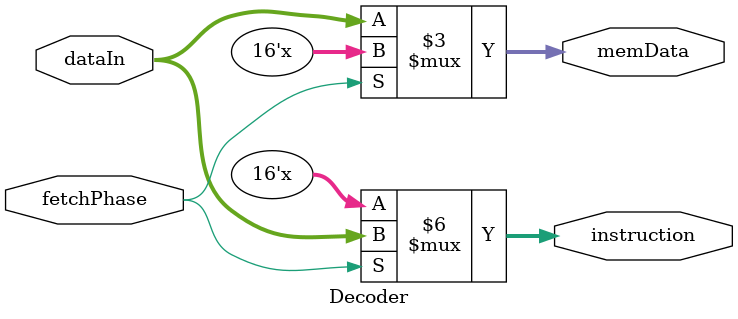
<source format=v>
module Decoder(
input         fetchPhase,
input  [15:0] dataIn,
output reg [15:0] memData,
output reg [15:0] instruction
);

always @(*)begin
if(fetchPhase)
	instruction <= dataIn;
else
	memData <= dataIn;
	
end

endmodule

</source>
